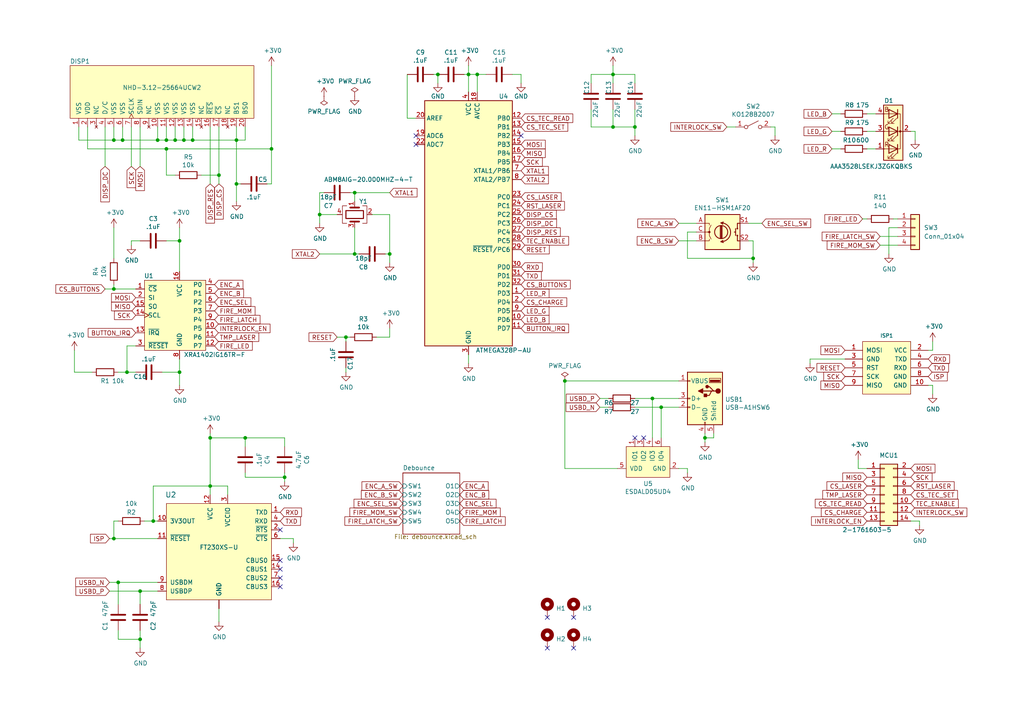
<source format=kicad_sch>
(kicad_sch (version 20211123) (generator eeschema)
  (paper "A4")
  (title_block (title "Laser Control Board") (date "2022-12-07") (rev "1.1") (company "Brian Pepin"))
  (lib_symbols
    (symbol "Components:ESDALD05UD4" (pin_names (offset 1.016))
      (property "Reference" "U" (at 5.08 6.35 0))
      (property "Value" "ESDALD05UD4" (at 0 -5.08 0))
      (symbol "ESDALD05UD4_1_0"
        (pin bidirectional line (at -3.81 7.62 270) (length 2.54) (name "IO1") (number "1"))
        (pin power_in line (at 8.89 -1.27 180) (length 2.54) (name "GND") (number "2"))
        (pin bidirectional line (at -1.27 7.62 270) (length 2.54) (name "IO2") (number "3"))
        (pin bidirectional line (at 1.27 7.62 270) (length 2.54) (name "IO3") (number "4"))
        (pin power_in line (at -8.89 -1.27 0) (length 2.54) (name "VDD") (number "5"))
        (pin bidirectional line (at 3.81 7.62 270) (length 2.54) (name "IO4") (number "6"))
      )
    )
    (symbol "Components:FT230XSSOP16" (pin_names (offset 1.016))
      (property "Reference" "U" (at -15.24 13.97 0))
      (symbol "FT230XSSOP16_1_0"
        (pin output line (at 17.78 10.16 180) (length 2.54) (name "TXD") (number "1"))
        (pin passive line (at -17.78 7.62 0) (length 2.54) (name "3V3OUT") (number "10"))
        (pin bidirectional line (at -17.78 2.54 0) (length 2.54) (name "~{RESET}") (number "11"))
        (pin power_in line (at -2.54 15.24 270) (length 2.54) (name "VCC") (number "12"))
        (pin power_in line (at 0 -17.78 90) (length 2.54) (name "GND") (number "13"))
        (pin bidirectional line (at 17.78 -6.35 180) (length 2.54) (name "CBUS1") (number "14"))
        (pin bidirectional line (at 17.78 -3.81 180) (length 2.54) (name "CBUS0") (number "15"))
        (pin bidirectional line (at 17.78 -11.43 180) (length 2.54) (name "CBUS3") (number "16"))
        (pin output line (at 17.78 5.08 180) (length 2.54) (name "~{RTS}") (number "2"))
        (pin power_in line (at 2.54 15.24 270) (length 2.54) (name "VCCIO") (number "3"))
        (pin input line (at 17.78 7.62 180) (length 2.54) (name "RXD") (number "4"))
        (pin power_in line (at 0 -17.78 90) (length 2.54) (name "GND") (number "5"))
        (pin input line (at 17.78 2.54 180) (length 2.54) (name "~{CTS}") (number "6"))
        (pin bidirectional line (at 17.78 -8.89 180) (length 2.54) (name "CBUS2") (number "7"))
        (pin input line (at -17.78 -12.7 0) (length 2.54) (name "USBDP") (number "8"))
        (pin input line (at -17.78 -10.16 0) (length 2.54) (name "USBDM") (number "9"))
      )
    )
    (symbol "Components:NHD-3.12-25664UCW2" (pin_names (offset 1.016))
      (property "Reference" "DISP" (at -20.32 6.35 0))
      (property "Value" "NHD-3.12-25664UCW2" (at -11.43 3.81 0))
      (symbol "NHD-3.12-25664UCW2_0_0"
        (pin power_in line (at -22.86 -8.89 90) (length 2.54) (name "VSS") (number "1"))
        (pin power_in line (at 0 -8.89 90) (length 2.54) (name "VSS") (number "10"))
        (pin power_in line (at 2.54 -8.89 90) (length 2.54) (name "VSS") (number "11"))
        (pin power_in line (at 5.08 -8.89 90) (length 2.54) (name "VSS") (number "12"))
        (pin power_in line (at 7.62 -8.89 90) (length 2.54) (name "VSS") (number "13"))
        (pin power_in line (at 10.16 -8.89 90) (length 2.54) (name "VSS") (number "14"))
        (pin no_connect line (at 12.7 -8.89 90) (length 2.54) (name "NC") (number "15"))
        (pin input line (at 15.24 -8.89 90) (length 2.54) (name "~{RES}") (number "16"))
        (pin input line (at 17.78 -8.89 90) (length 2.54) (name "~{CS}") (number "17"))
        (pin no_connect line (at 20.32 -8.89 90) (length 2.54) (name "NC") (number "18"))
        (pin input line (at 22.86 -8.89 90) (length 2.54) (name "BS1") (number "19"))
        (pin power_in line (at -20.32 -8.89 90) (length 2.54) (name "VDD") (number "2"))
        (pin input line (at 25.4 -8.89 90) (length 2.54) (name "BS0") (number "20"))
        (pin no_connect line (at -17.78 -8.89 90) (length 2.54) (name "NC") (number "3"))
        (pin input line (at -15.24 -8.89 90) (length 2.54) (name "D/C") (number "4"))
        (pin power_in line (at -12.7 -8.89 90) (length 2.54) (name "VSS") (number "5"))
        (pin power_in line (at -10.16 -8.89 90) (length 2.54) (name "VSS") (number "6"))
        (pin input clock (at -7.62 -8.89 90) (length 2.54) (name "SCLK") (number "7"))
        (pin input line (at -5.08 -8.89 90) (length 2.54) (name "SDIN") (number "8"))
        (pin no_connect line (at -2.54 -8.89 90) (length 2.54) (name "NC") (number "9"))
      )
    )
    (symbol "Components:XRA1402IG16TR-F" (pin_names (offset 1.016))
      (property "Reference" "U" (at -10.16 11.43 0))
      (property "Value" "XRA1402IG16TR-F" (at 10.16 -11.43 0))
      (symbol "XRA1402IG16TR-F_1_1"
        (pin input line (at -12.7 7.62 0) (length 2.54) (name "~{CS}") (number "1"))
        (pin bidirectional line (at 10.16 -3.81 180) (length 2.54) (name "P5") (number "10"))
        (pin bidirectional line (at 10.16 -6.35 180) (length 2.54) (name "P6") (number "11"))
        (pin bidirectional line (at 10.16 -8.89 180) (length 2.54) (name "P7") (number "12"))
        (pin open_collector line (at -12.7 -5.08 0) (length 2.54) (name "~{IRQ}") (number "13"))
        (pin input clock (at -12.7 0 0) (length 2.54) (name "SCL") (number "14"))
        (pin tri_state line (at -12.7 2.54 0) (length 2.54) (name "SO") (number "15"))
        (pin power_in line (at 0 12.7 270) (length 2.54) (name "VCC") (number "16"))
        (pin input line (at -12.7 5.08 0) (length 2.54) (name "SI") (number "2"))
        (pin input line (at -12.7 -8.89 0) (length 2.54) (name "~{RESET}") (number "3"))
        (pin bidirectional line (at 10.16 8.89 180) (length 2.54) (name "P0") (number "4"))
        (pin bidirectional line (at 10.16 6.35 180) (length 2.54) (name "P1") (number "5"))
        (pin bidirectional line (at 10.16 3.81 180) (length 2.54) (name "P2") (number "6"))
        (pin bidirectional line (at 10.16 1.27 180) (length 2.54) (name "P3") (number "7"))
        (pin power_in line (at 0 -12.7 90) (length 2.54) (name "GND") (number "8"))
        (pin bidirectional line (at 10.16 -1.27 180) (length 2.54) (name "P4") (number "9"))
      )
    )
    (symbol "Connector:USB_A" (pin_names (offset 1.016))
      (property "Reference" "J" (at -5.08 11.43 0))
      (property "Value" "USB_A" (at -5.08 8.89 0))
      (symbol "USB_A_1_1"
        (pin power_in line (at 7.62 5.08 180) (length 2.54) (name "VBUS") (number "1"))
        (pin bidirectional line (at 7.62 -2.54 180) (length 2.54) (name "D-") (number "2"))
        (pin bidirectional line (at 7.62 0 180) (length 2.54) (name "D+") (number "3"))
        (pin power_in line (at 0 -10.16 90) (length 2.54) (name "GND") (number "4"))
        (pin passive line (at -2.54 -10.16 90) (length 2.54) (name "Shield") (number "5"))
      )
    )
    (symbol "Connector_Generic:Conn_01x04" (pin_names (offset 1.016) hide)
      (property "Reference" "J" (at 0 5.08 0))
      (property "Value" "Conn_01x04" (at 0 -7.62 0))
      (symbol "Conn_01x04_1_1"
        (pin passive line (at -5.08 2.54 0) (length 3.81) (name "Pin_1") (number "1"))
        (pin passive line (at -5.08 0 0) (length 3.81) (name "Pin_2") (number "2"))
        (pin passive line (at -5.08 -2.54 0) (length 3.81) (name "Pin_3") (number "3"))
        (pin passive line (at -5.08 -5.08 0) (length 3.81) (name "Pin_4") (number "4"))
      )
    )
    (symbol "Connector_Generic:Conn_02x07_Odd_Even" (pin_names (offset 1.016) hide)
      (property "Reference" "J" (at 1.27 10.16 0))
      (property "Value" "Conn_02x07_Odd_Even" (at 1.27 -10.16 0))
      (symbol "Conn_02x07_Odd_Even_1_1"
        (pin passive line (at -5.08 7.62 0) (length 3.81) (name "Pin_1") (number "1"))
        (pin passive line (at 7.62 -2.54 180) (length 3.81) (name "Pin_10") (number "10"))
        (pin passive line (at -5.08 -5.08 0) (length 3.81) (name "Pin_11") (number "11"))
        (pin passive line (at 7.62 -5.08 180) (length 3.81) (name "Pin_12") (number "12"))
        (pin passive line (at -5.08 -7.62 0) (length 3.81) (name "Pin_13") (number "13"))
        (pin passive line (at 7.62 -7.62 180) (length 3.81) (name "Pin_14") (number "14"))
        (pin passive line (at 7.62 7.62 180) (length 3.81) (name "Pin_2") (number "2"))
        (pin passive line (at -5.08 5.08 0) (length 3.81) (name "Pin_3") (number "3"))
        (pin passive line (at 7.62 5.08 180) (length 3.81) (name "Pin_4") (number "4"))
        (pin passive line (at -5.08 2.54 0) (length 3.81) (name "Pin_5") (number "5"))
        (pin passive line (at 7.62 2.54 180) (length 3.81) (name "Pin_6") (number "6"))
        (pin passive line (at -5.08 0 0) (length 3.81) (name "Pin_7") (number "7"))
        (pin passive line (at 7.62 0 180) (length 3.81) (name "Pin_8") (number "8"))
        (pin passive line (at -5.08 -2.54 0) (length 3.81) (name "Pin_9") (number "9"))
      )
    )
    (symbol "Device:C" (pin_numbers hide) (pin_names (offset 0.254))
      (property "Reference" "C" (at 0.635 2.54 0))
      (property "Value" "C" (at 0.635 -2.54 0))
      (symbol "C_1_1"
        (pin passive line (at 0 3.81 270) (length 2.794) (name "~") (number "1"))
        (pin passive line (at 0 -3.81 90) (length 2.794) (name "~") (number "2"))
      )
    )
    (symbol "Device:Crystal_GND24" (pin_names (offset 1.016) hide)
      (property "Reference" "Y" (at 3.175 5.08 0))
      (property "Value" "Crystal_GND24" (at 3.175 3.175 0))
      (symbol "Crystal_GND24_1_1"
        (pin passive line (at -3.81 0 0) (length 1.27) (name "1") (number "1"))
        (pin passive line (at 0 5.08 270) (length 1.27) (name "2") (number "2"))
        (pin passive line (at 3.81 0 180) (length 1.27) (name "3") (number "3"))
        (pin passive line (at 0 -5.08 90) (length 1.27) (name "4") (number "4"))
      )
    )
    (symbol "Device:LED_RKGB" (pin_names (offset 0) hide)
      (property "Reference" "D" (at 0 9.398 0))
      (property "Value" "LED_RKGB" (at 0 -8.89 0))
      (symbol "LED_RKGB_0_0"
        (text "B" (at 1.905 -6.35 0) (effects (font (size 1.27 1.27))))
        (text "G" (at 1.905 -1.27 0) (effects (font (size 1.27 1.27))))
        (text "R" (at 1.905 3.81 0) (effects (font (size 1.27 1.27))))
      )
      (symbol "LED_RKGB_1_1"
        (pin passive line (at 5.08 5.08 180) (length 2.54) (name "RA") (number "1"))
        (pin passive line (at -5.08 0 0) (length 2.54) (name "K") (number "2"))
        (pin passive line (at 5.08 0 180) (length 2.54) (name "GA") (number "3"))
        (pin passive line (at 5.08 -5.08 180) (length 2.54) (name "BA") (number "4"))
      )
    )
    (symbol "Device:R" (pin_numbers hide) (pin_names (offset 0))
      (property "Reference" "R" (at 2.032 0 90))
      (property "Value" "R" (at 0 0 90))
      (symbol "R_1_1"
        (pin passive line (at 0 3.81 270) (length 1.27) (name "~") (number "1"))
        (pin passive line (at 0 -3.81 90) (length 1.27) (name "~") (number "2"))
      )
    )
    (symbol "Device:RotaryEncoder_Switch" (pin_names (offset 0.254) hide)
      (property "Reference" "SW" (at 0 6.604 0))
      (property "Value" "RotaryEncoder_Switch" (at 0 -6.604 0))
      (symbol "RotaryEncoder_Switch_1_1"
        (pin passive line (at -7.62 2.54 0) (length 2.54) (name "A") (number "A"))
        (pin passive line (at -7.62 -2.54 0) (length 2.54) (name "B") (number "B"))
        (pin passive line (at -7.62 0 0) (length 2.54) (name "C") (number "C"))
        (pin passive line (at 7.62 2.54 180) (length 2.54) (name "S1") (number "S1"))
        (pin passive line (at 7.62 -2.54 180) (length 2.54) (name "S2") (number "S2"))
      )
    )
    (symbol "MCU_Microchip_ATmega:ATmega328P-A"
      (property "Reference" "U" (at -12.7 36.83 0))
      (property "Value" "ATmega328P-A" (at 2.54 -36.83 0))
      (symbol "ATmega328P-A_1_1"
        (pin bidirectional line (at 15.24 -20.32 180) (length 2.54) (name "PD3") (number "1"))
        (pin bidirectional line (at 15.24 -27.94 180) (length 2.54) (name "PD6") (number "10"))
        (pin bidirectional line (at 15.24 -30.48 180) (length 2.54) (name "PD7") (number "11"))
        (pin bidirectional line (at 15.24 30.48 180) (length 2.54) (name "PB0") (number "12"))
        (pin bidirectional line (at 15.24 27.94 180) (length 2.54) (name "PB1") (number "13"))
        (pin bidirectional line (at 15.24 25.4 180) (length 2.54) (name "PB2") (number "14"))
        (pin bidirectional line (at 15.24 22.86 180) (length 2.54) (name "PB3") (number "15"))
        (pin bidirectional line (at 15.24 20.32 180) (length 2.54) (name "PB4") (number "16"))
        (pin bidirectional line (at 15.24 17.78 180) (length 2.54) (name "PB5") (number "17"))
        (pin power_in line (at 2.54 38.1 270) (length 2.54) (name "AVCC") (number "18"))
        (pin input line (at -15.24 25.4 0) (length 2.54) (name "ADC6") (number "19"))
        (pin bidirectional line (at 15.24 -22.86 180) (length 2.54) (name "PD4") (number "2"))
        (pin passive line (at -15.24 30.48 0) (length 2.54) (name "AREF") (number "20"))
        (pin passive line (at 0 -38.1 90) (length 2.54) hide (name "GND") (number "21"))
        (pin input line (at -15.24 22.86 0) (length 2.54) (name "ADC7") (number "22"))
        (pin bidirectional line (at 15.24 7.62 180) (length 2.54) (name "PC0") (number "23"))
        (pin bidirectional line (at 15.24 5.08 180) (length 2.54) (name "PC1") (number "24"))
        (pin bidirectional line (at 15.24 2.54 180) (length 2.54) (name "PC2") (number "25"))
        (pin bidirectional line (at 15.24 0 180) (length 2.54) (name "PC3") (number "26"))
        (pin bidirectional line (at 15.24 -2.54 180) (length 2.54) (name "PC4") (number "27"))
        (pin bidirectional line (at 15.24 -5.08 180) (length 2.54) (name "PC5") (number "28"))
        (pin bidirectional line (at 15.24 -7.62 180) (length 2.54) (name "~{RESET}/PC6") (number "29"))
        (pin power_in line (at 0 -38.1 90) (length 2.54) (name "GND") (number "3"))
        (pin bidirectional line (at 15.24 -12.7 180) (length 2.54) (name "PD0") (number "30"))
        (pin bidirectional line (at 15.24 -15.24 180) (length 2.54) (name "PD1") (number "31"))
        (pin bidirectional line (at 15.24 -17.78 180) (length 2.54) (name "PD2") (number "32"))
        (pin power_in line (at 0 38.1 270) (length 2.54) (name "VCC") (number "4"))
        (pin passive line (at 0 -38.1 90) (length 2.54) hide (name "GND") (number "5"))
        (pin passive line (at 0 38.1 270) (length 2.54) hide (name "VCC") (number "6"))
        (pin bidirectional line (at 15.24 15.24 180) (length 2.54) (name "XTAL1/PB6") (number "7"))
        (pin bidirectional line (at 15.24 12.7 180) (length 2.54) (name "XTAL2/PB7") (number "8"))
        (pin bidirectional line (at 15.24 -25.4 180) (length 2.54) (name "PD5") (number "9"))
      )
    )
    (symbol "Mechanical:MountingHole_Pad" (pin_numbers hide) (pin_names (offset 1.016) hide)
      (property "Reference" "H" (at 0 6.35 0))
      (property "Value" "MountingHole_Pad" (at 0 4.445 0))
      (symbol "MountingHole_Pad_1_1"
        (pin input line (at 0 -2.54 90) (length 2.54) (name "1") (number "1"))
      )
    )
    (symbol "Switch:SW_SPST" (pin_names (offset 0) hide)
      (property "Reference" "SW" (at 0 3.175 0))
      (property "Value" "SW_SPST" (at 0 -2.54 0))
      (symbol "SW_SPST_1_1"
        (pin passive line (at -5.08 0 0) (length 2.54) (name "A") (number "1"))
        (pin passive line (at 5.08 0 180) (length 2.54) (name "B") (number "2"))
      )
    )
    (symbol "pepin_con:AVR_ISP_10_SERIAL" (pin_names (offset 1.016))
      (property "Reference" "CONN" (at -6.35 8.89 0))
      (symbol "AVR_ISP_10_SERIAL_1_0"
        (pin passive line (at -11.43 5.08 0) (length 5.08) (name "MOSI") (number "1"))
        (pin passive line (at 12.7 -5.08 180) (length 5.08) (name "GND") (number "10"))
        (pin passive line (at 12.7 5.08 180) (length 5.08) (name "VCC") (number "2"))
        (pin passive line (at -11.43 2.54 0) (length 5.08) (name "GND") (number "3"))
        (pin passive line (at 12.7 2.54 180) (length 5.08) (name "TXD") (number "4"))
        (pin passive line (at -11.43 0 0) (length 5.08) (name "RST") (number "5"))
        (pin passive line (at 12.7 0 180) (length 5.08) (name "RXD") (number "6"))
        (pin passive line (at -11.43 -2.54 0) (length 5.08) (name "SCK") (number "7"))
        (pin passive line (at 12.7 -2.54 180) (length 5.08) (name "GND") (number "8"))
        (pin passive line (at -11.43 -5.08 0) (length 5.08) (name "MISO") (number "9"))
      )
    )
    (symbol "power:+3V0" (power) (pin_names (offset 0))
      (property "Value" "+3V0" (at 0 3.556 0))
      (symbol "+3V0_1_1"
        (pin power_in line (at 0 0 90) (length 0) hide (name "+3V0") (number "1"))
      )
    )
    (symbol "power:GND" (power) (pin_names (offset 0))
      (property "Value" "GND" (at 0 -3.81 0))
      (symbol "GND_1_1"
        (pin power_in line (at 0 0 270) (length 0) hide (name "GND") (number "1"))
      )
    )
    (symbol "power:PWR_FLAG" (power) (pin_numbers hide) (pin_names (offset 0) hide)
      (property "Value" "PWR_FLAG" (at 0 3.81 0))
      (symbol "PWR_FLAG_0_0"
        (pin power_out line (at 0 0 90) (length 0) (name "pwr") (number "1"))
      )
    )
  )
  (junction (at 40.64 171.45))
  (junction (at 55.88 40.64))
  (junction (at 34.29 168.91))
  (junction (at 189.23 115.57))
  (junction (at 177.8 36.83))
  (junction (at 63.5 50.8))
  (junction (at 177.8 21.59))
  (junction (at 163.83 110.49))
  (junction (at 71.12 127))
  (junction (at 36.83 107.95))
  (junction (at 127 21.59))
  (junction (at 35.56 40.64))
  (junction (at 68.58 40.64))
  (junction (at 78.74 43.18))
  (junction (at 82.55 138.43))
  (junction (at 52.07 107.95))
  (junction (at 100.33 97.79))
  (junction (at 191.77 118.11))
  (junction (at 184.15 36.83))
  (junction (at 50.8 40.64))
  (junction (at 33.02 83.82))
  (junction (at 138.43 21.59))
  (junction (at 52.07 69.85))
  (junction (at 53.34 40.64))
  (junction (at 48.26 43.18))
  (junction (at 48.26 40.64))
  (junction (at 102.87 55.88))
  (junction (at 40.64 185.42))
  (junction (at 33.02 156.21))
  (junction (at 204.47 127))
  (junction (at 68.58 53.34))
  (junction (at 33.02 40.64))
  (junction (at 60.96 127))
  (junction (at 135.89 21.59))
  (junction (at 44.45 151.13))
  (junction (at 218.44 74.93))
  (junction (at 102.87 73.66))
  (junction (at 113.03 73.66))
  (junction (at 92.71 62.23))
  (junction (at 60.96 140.97))
  (junction (at 45.72 40.64))
  (no_connect (at 166.37 179.07))
  (no_connect (at 81.28 167.64))
  (no_connect (at 184.15 127))
  (no_connect (at 186.69 127))
  (no_connect (at 151.13 39.37))
  (no_connect (at 81.28 165.1))
  (no_connect (at 158.75 187.96))
  (no_connect (at 120.65 41.91))
  (no_connect (at 120.65 39.37))
  (no_connect (at 166.37 187.96))
  (no_connect (at 158.75 179.07))
  (no_connect (at 81.28 170.18))
  (no_connect (at 81.28 153.67))
  (no_connect (at 81.28 162.56))
  (wire (pts (xy 25.4 43.18) (xy 48.26 43.18)))
  (wire (pts (xy 102.87 55.88) (xy 101.6 55.88)))
  (wire (pts (xy 60.96 36.83) (xy 60.96 53.34)))
  (wire (pts (xy 63.5 36.83) (xy 63.5 50.8)))
  (wire (pts (xy 52.07 69.85) (xy 52.07 66.04)))
  (wire (pts (xy 22.86 36.83) (xy 22.86 40.64)))
  (wire (pts (xy 199.39 74.93) (xy 218.44 74.93)))
  (wire (pts (xy 269.24 111.76) (xy 270.51 111.76)))
  (wire (pts (xy 68.58 53.34) (xy 69.85 53.34)))
  (wire (pts (xy 207.01 127) (xy 207.01 125.73)))
  (wire (pts (xy 127 21.59) (xy 127 24.13)))
  (wire (pts (xy 102.87 73.66) (xy 92.71 73.66)))
  (wire (pts (xy 241.3 38.1) (xy 243.84 38.1)))
  (wire (pts (xy 45.72 40.64) (xy 48.26 40.64)))
  (wire (pts (xy 269.24 101.6) (xy 270.51 101.6)))
  (wire (pts (xy 199.39 135.89) (xy 199.39 137.16)))
  (wire (pts (xy 148.59 21.59) (xy 151.13 21.59)))
  (wire (pts (xy 71.12 36.83) (xy 71.12 40.64)))
  (wire (pts (xy 34.29 107.95) (xy 36.83 107.95)))
  (wire (pts (xy 71.12 129.54) (xy 71.12 127)))
  (wire (pts (xy 36.83 100.33) (xy 39.37 100.33)))
  (wire (pts (xy 138.43 26.67) (xy 138.43 21.59)))
  (wire (pts (xy 171.45 24.13) (xy 171.45 21.59)))
  (wire (pts (xy 40.64 69.85) (xy 38.1 69.85)))
  (wire (pts (xy 135.89 102.87) (xy 135.89 105.41)))
  (wire (pts (xy 201.93 69.85) (xy 196.85 69.85)))
  (wire (pts (xy 243.84 43.18) (xy 241.3 43.18)))
  (wire (pts (xy 66.04 140.97) (xy 60.96 140.97)))
  (wire (pts (xy 52.07 78.74) (xy 52.07 69.85)))
  (wire (pts (xy 41.91 151.13) (xy 44.45 151.13)))
  (wire (pts (xy 177.8 31.75) (xy 177.8 36.83)))
  (wire (pts (xy 254 43.18) (xy 251.46 43.18)))
  (wire (pts (xy 85.09 156.21) (xy 85.09 157.48)))
  (wire (pts (xy 201.93 64.77) (xy 196.85 64.77)))
  (wire (pts (xy 100.33 106.68) (xy 100.33 107.95)))
  (wire (pts (xy 78.74 43.18) (xy 78.74 19.05)))
  (wire (pts (xy 82.55 139.7) (xy 82.55 138.43)))
  (wire (pts (xy 40.64 36.83) (xy 40.64 48.26)))
  (wire (pts (xy 109.22 97.79) (xy 113.03 97.79)))
  (wire (pts (xy 48.26 50.8) (xy 48.26 43.18)))
  (wire (pts (xy 189.23 115.57) (xy 196.85 115.57)))
  (wire (pts (xy 102.87 73.66) (xy 102.87 66.04)))
  (wire (pts (xy 33.02 156.21) (xy 45.72 156.21)))
  (wire (pts (xy 189.23 127) (xy 189.23 115.57)))
  (wire (pts (xy 138.43 21.59) (xy 135.89 21.59)))
  (wire (pts (xy 92.71 55.88) (xy 92.71 62.23)))
  (wire (pts (xy 255.27 68.58) (xy 260.35 68.58)))
  (wire (pts (xy 33.02 36.83) (xy 33.02 40.64)))
  (wire (pts (xy 82.55 127) (xy 71.12 127)))
  (wire (pts (xy 234.95 104.14) (xy 245.11 104.14)))
  (wire (pts (xy 71.12 127) (xy 60.96 127)))
  (wire (pts (xy 44.45 140.97) (xy 60.96 140.97)))
  (wire (pts (xy 34.29 168.91) (xy 45.72 168.91)))
  (wire (pts (xy 265.43 38.1) (xy 265.43 40.64)))
  (wire (pts (xy 204.47 127) (xy 207.01 127)))
  (wire (pts (xy 254 33.02) (xy 251.46 33.02)))
  (wire (pts (xy 134.62 21.59) (xy 135.89 21.59)))
  (wire (pts (xy 250.19 63.5) (xy 251.46 63.5)))
  (wire (pts (xy 40.64 185.42) (xy 40.64 182.88)))
  (wire (pts (xy 217.17 64.77) (xy 220.98 64.77)))
  (wire (pts (xy 30.48 36.83) (xy 30.48 48.26)))
  (wire (pts (xy 184.15 118.11) (xy 191.77 118.11)))
  (wire (pts (xy 100.33 97.79) (xy 100.33 99.06)))
  (wire (pts (xy 25.4 36.83) (xy 25.4 43.18)))
  (wire (pts (xy 171.45 31.75) (xy 171.45 36.83)))
  (wire (pts (xy 97.79 62.23) (xy 92.71 62.23)))
  (wire (pts (xy 33.02 82.55) (xy 33.02 83.82)))
  (wire (pts (xy 68.58 40.64) (xy 68.58 53.34)))
  (wire (pts (xy 82.55 138.43) (xy 82.55 137.16)))
  (wire (pts (xy 224.79 36.83) (xy 224.79 39.37)))
  (wire (pts (xy 45.72 171.45) (xy 40.64 171.45)))
  (wire (pts (xy 36.83 107.95) (xy 39.37 107.95)))
  (wire (pts (xy 177.8 21.59) (xy 177.8 19.05)))
  (wire (pts (xy 111.76 73.66) (xy 113.03 73.66)))
  (wire (pts (xy 264.16 151.13) (xy 266.7 151.13)))
  (wire (pts (xy 38.1 69.85) (xy 38.1 71.12)))
  (wire (pts (xy 173.99 115.57) (xy 176.53 115.57)))
  (wire (pts (xy 55.88 36.83) (xy 55.88 40.64)))
  (wire (pts (xy 104.14 73.66) (xy 102.87 73.66)))
  (wire (pts (xy 191.77 127) (xy 191.77 118.11)))
  (wire (pts (xy 50.8 36.83) (xy 50.8 40.64)))
  (wire (pts (xy 113.03 97.79) (xy 113.03 95.25)))
  (wire (pts (xy 45.72 36.83) (xy 45.72 40.64)))
  (wire (pts (xy 63.5 176.53) (xy 63.5 180.34)))
  (wire (pts (xy 113.03 62.23) (xy 113.03 73.66)))
  (wire (pts (xy 48.26 36.83) (xy 48.26 40.64)))
  (wire (pts (xy 48.26 69.85) (xy 52.07 69.85)))
  (wire (pts (xy 40.64 175.26) (xy 40.64 171.45)))
  (wire (pts (xy 46.99 107.95) (xy 52.07 107.95)))
  (wire (pts (xy 151.13 21.59) (xy 151.13 24.13)))
  (wire (pts (xy 31.75 156.21) (xy 33.02 156.21)))
  (wire (pts (xy 34.29 185.42) (xy 40.64 185.42)))
  (wire (pts (xy 68.58 40.64) (xy 71.12 40.64)))
  (wire (pts (xy 77.47 53.34) (xy 78.74 53.34)))
  (wire (pts (xy 40.64 171.45) (xy 31.75 171.45)))
  (wire (pts (xy 107.95 62.23) (xy 113.03 62.23)))
  (wire (pts (xy 251.46 135.89) (xy 248.92 135.89)))
  (wire (pts (xy 48.26 43.18) (xy 78.74 43.18)))
  (wire (pts (xy 196.85 135.89) (xy 199.39 135.89)))
  (wire (pts (xy 184.15 31.75) (xy 184.15 36.83)))
  (wire (pts (xy 60.96 125.73) (xy 60.96 127)))
  (wire (pts (xy 177.8 21.59) (xy 184.15 21.59)))
  (wire (pts (xy 71.12 138.43) (xy 82.55 138.43)))
  (wire (pts (xy 40.64 185.42) (xy 40.64 187.96)))
  (wire (pts (xy 33.02 151.13) (xy 33.02 156.21)))
  (wire (pts (xy 68.58 36.83) (xy 68.58 40.64)))
  (wire (pts (xy 71.12 137.16) (xy 71.12 138.43)))
  (wire (pts (xy 204.47 125.73) (xy 204.47 127)))
  (wire (pts (xy 34.29 182.88) (xy 34.29 185.42)))
  (wire (pts (xy 78.74 53.34) (xy 78.74 43.18)))
  (wire (pts (xy 81.28 156.21) (xy 85.09 156.21)))
  (wire (pts (xy 53.34 36.83) (xy 53.34 40.64)))
  (wire (pts (xy 102.87 58.42) (xy 102.87 55.88)))
  (wire (pts (xy 204.47 127) (xy 204.47 128.27)))
  (wire (pts (xy 58.42 50.8) (xy 63.5 50.8)))
  (wire (pts (xy 191.77 118.11) (xy 196.85 118.11)))
  (wire (pts (xy 30.48 83.82) (xy 33.02 83.82)))
  (wire (pts (xy 50.8 50.8) (xy 48.26 50.8)))
  (wire (pts (xy 82.55 129.54) (xy 82.55 127)))
  (wire (pts (xy 184.15 115.57) (xy 189.23 115.57)))
  (wire (pts (xy 248.92 133.35) (xy 248.92 135.89)))
  (wire (pts (xy 31.75 168.91) (xy 34.29 168.91)))
  (wire (pts (xy 118.11 21.59) (xy 118.11 34.29)))
  (wire (pts (xy 264.16 38.1) (xy 265.43 38.1)))
  (wire (pts (xy 102.87 55.88) (xy 113.03 55.88)))
  (wire (pts (xy 255.27 71.12) (xy 260.35 71.12)))
  (wire (pts (xy 125.73 21.59) (xy 127 21.59)))
  (wire (pts (xy 177.8 36.83) (xy 184.15 36.83)))
  (wire (pts (xy 34.29 151.13) (xy 33.02 151.13)))
  (wire (pts (xy 35.56 36.83) (xy 35.56 40.64)))
  (wire (pts (xy 33.02 66.04) (xy 33.02 74.93)))
  (wire (pts (xy 163.83 110.49) (xy 196.85 110.49)))
  (wire (pts (xy 243.84 33.02) (xy 241.3 33.02)))
  (wire (pts (xy 135.89 26.67) (xy 135.89 21.59)))
  (wire (pts (xy 171.45 21.59) (xy 177.8 21.59)))
  (wire (pts (xy 92.71 62.23) (xy 92.71 64.77)))
  (wire (pts (xy 38.1 36.83) (xy 38.1 48.26)))
  (wire (pts (xy 113.03 73.66) (xy 113.03 76.2)))
  (wire (pts (xy 199.39 67.31) (xy 199.39 74.93)))
  (wire (pts (xy 218.44 69.85) (xy 217.17 69.85)))
  (wire (pts (xy 184.15 21.59) (xy 184.15 24.13)))
  (wire (pts (xy 218.44 74.93) (xy 218.44 69.85)))
  (wire (pts (xy 118.11 34.29) (xy 120.65 34.29)))
  (wire (pts (xy 251.46 38.1) (xy 254 38.1)))
  (wire (pts (xy 33.02 40.64) (xy 35.56 40.64)))
  (wire (pts (xy 44.45 151.13) (xy 44.45 140.97)))
  (wire (pts (xy 266.7 151.13) (xy 266.7 152.4)))
  (wire (pts (xy 213.36 36.83) (xy 210.82 36.83)))
  (wire (pts (xy 68.58 58.42) (xy 68.58 53.34)))
  (wire (pts (xy 270.51 101.6) (xy 270.51 99.06)))
  (wire (pts (xy 36.83 100.33) (xy 36.83 107.95)))
  (wire (pts (xy 179.07 135.89) (xy 163.83 135.89)))
  (wire (pts (xy 135.89 21.59) (xy 135.89 19.05)))
  (wire (pts (xy 234.95 105.41) (xy 234.95 104.14)))
  (wire (pts (xy 257.81 66.04) (xy 257.81 73.66)))
  (wire (pts (xy 45.72 151.13) (xy 44.45 151.13)))
  (wire (pts (xy 93.98 55.88) (xy 92.71 55.88)))
  (wire (pts (xy 55.88 40.64) (xy 68.58 40.64)))
  (wire (pts (xy 21.59 107.95) (xy 21.59 101.6)))
  (wire (pts (xy 60.96 127) (xy 60.96 140.97)))
  (wire (pts (xy 50.8 40.64) (xy 53.34 40.64)))
  (wire (pts (xy 66.04 143.51) (xy 66.04 140.97)))
  (wire (pts (xy 22.86 40.64) (xy 33.02 40.64)))
  (wire (pts (xy 223.52 36.83) (xy 224.79 36.83)))
  (wire (pts (xy 53.34 40.64) (xy 55.88 40.64)))
  (wire (pts (xy 26.67 107.95) (xy 21.59 107.95)))
  (wire (pts (xy 173.99 118.11) (xy 176.53 118.11)))
  (wire (pts (xy 171.45 36.83) (xy 177.8 36.83)))
  (wire (pts (xy 63.5 50.8) (xy 63.5 53.34)))
  (wire (pts (xy 97.79 97.79) (xy 100.33 97.79)))
  (wire (pts (xy 140.97 21.59) (xy 138.43 21.59)))
  (wire (pts (xy 100.33 97.79) (xy 101.6 97.79)))
  (wire (pts (xy 52.07 111.76) (xy 52.07 107.95)))
  (wire (pts (xy 60.96 140.97) (xy 60.96 143.51)))
  (wire (pts (xy 218.44 76.2) (xy 218.44 74.93)))
  (wire (pts (xy 163.83 135.89) (xy 163.83 110.49)))
  (wire (pts (xy 259.08 63.5) (xy 260.35 63.5)))
  (wire (pts (xy 48.26 40.64) (xy 50.8 40.64)))
  (wire (pts (xy 33.02 83.82) (xy 39.37 83.82)))
  (wire (pts (xy 34.29 175.26) (xy 34.29 168.91)))
  (wire (pts (xy 260.35 66.04) (xy 257.81 66.04)))
  (wire (pts (xy 177.8 24.13) (xy 177.8 21.59)))
  (wire (pts (xy 201.93 67.31) (xy 199.39 67.31)))
  (wire (pts (xy 35.56 40.64) (xy 45.72 40.64)))
  (wire (pts (xy 52.07 107.95) (xy 52.07 104.14)))
  (wire (pts (xy 270.51 111.76) (xy 270.51 114.3)))
  (wire (pts (xy 184.15 36.83) (xy 184.15 39.37)))
  (global_label "INTERLOCK_SW" (shape input) (at 264.16 148.59 0) (property "Intersheet References" "${INTERSHEET_REFS}" (effects hide)))
  (global_label "CS_CHARGE" (shape input) (at 151.13 87.63 0) (property "Intersheet References" "${INTERSHEET_REFS}" (effects hide)))
  (global_label "RESET" (shape input) (at 97.79 97.79 180) (property "Intersheet References" "${INTERSHEET_REFS}" (effects hide)))
  (global_label "RESET" (shape input) (at 245.11 106.68 180) (property "Intersheet References" "${INTERSHEET_REFS}" (effects hide)))
  (global_label "MISO" (shape input) (at 151.13 44.45 0) (property "Intersheet References" "${INTERSHEET_REFS}" (effects hide)))
  (global_label "TMP_LASER" (shape input) (at 62.23 97.79 0) (property "Intersheet References" "${INTERSHEET_REFS}" (effects hide)))
  (global_label "ENC_A_SW" (shape input) (at 116.84 140.97 180) (property "Intersheet References" "${INTERSHEET_REFS}" (effects hide)))
  (global_label "ENC_B" (shape input) (at 62.23 85.09 0) (property "Intersheet References" "${INTERSHEET_REFS}" (effects hide)))
  (global_label "SCK" (shape input) (at 264.16 138.43 0) (property "Intersheet References" "${INTERSHEET_REFS}" (effects hide)))
  (global_label "ENC_SEL_SW" (shape input) (at 220.98 64.77 0) (property "Intersheet References" "${INTERSHEET_REFS}" (effects hide)))
  (global_label "CS_TEC_READ" (shape input) (at 251.46 146.05 180) (property "Intersheet References" "${INTERSHEET_REFS}" (effects hide)))
  (global_label "LED_B" (shape input) (at 241.3 33.02 180) (property "Intersheet References" "${INTERSHEET_REFS}" (effects hide)))
  (global_label "CS_TEC_SET" (shape input) (at 151.13 36.83 0) (property "Intersheet References" "${INTERSHEET_REFS}" (effects hide)))
  (global_label "CS_LASER" (shape input) (at 251.46 140.97 180) (property "Intersheet References" "${INTERSHEET_REFS}" (effects hide)))
  (global_label "INTERLOCK_EN" (shape input) (at 62.23 95.25 0) (property "Intersheet References" "${INTERSHEET_REFS}" (effects hide)))
  (global_label "ENC_SEL" (shape input) (at 133.35 146.05 0) (property "Intersheet References" "${INTERSHEET_REFS}" (effects hide)))
  (global_label "DISP_RES" (shape input) (at 151.13 67.31 0) (property "Intersheet References" "${INTERSHEET_REFS}" (effects hide)))
  (global_label "USBD_P" (shape input) (at 31.75 171.45 180) (property "Intersheet References" "${INTERSHEET_REFS}" (effects hide)))
  (global_label "TXD" (shape input) (at 269.24 106.68 0) (property "Intersheet References" "${INTERSHEET_REFS}" (effects hide)))
  (global_label "LED_G" (shape input) (at 241.3 38.1 180) (property "Intersheet References" "${INTERSHEET_REFS}" (effects hide)))
  (global_label "MISO" (shape input) (at 245.11 111.76 180) (property "Intersheet References" "${INTERSHEET_REFS}" (effects hide)))
  (global_label "FIRE_MOM_SW" (shape input) (at 116.84 148.59 180) (property "Intersheet References" "${INTERSHEET_REFS}" (effects hide)))
  (global_label "MOSI" (shape input) (at 40.64 48.26 270) (property "Intersheet References" "${INTERSHEET_REFS}" (effects hide)))
  (global_label "CS_TEC_SET" (shape input) (at 264.16 143.51 0) (property "Intersheet References" "${INTERSHEET_REFS}" (effects hide)))
  (global_label "FIRE_LED" (shape input) (at 250.19 63.5 180) (property "Intersheet References" "${INTERSHEET_REFS}" (effects hide)))
  (global_label "SCK" (shape input) (at 39.37 91.44 180) (property "Intersheet References" "${INTERSHEET_REFS}" (effects hide)))
  (global_label "CS_CHARGE" (shape input) (at 251.46 148.59 180) (property "Intersheet References" "${INTERSHEET_REFS}" (effects hide)))
  (global_label "USBD_N" (shape input) (at 31.75 168.91 180) (property "Intersheet References" "${INTERSHEET_REFS}" (effects hide)))
  (global_label "XTAL2" (shape input) (at 151.13 52.07 0) (property "Intersheet References" "${INTERSHEET_REFS}" (effects hide)))
  (global_label "BUTTON_IRQ" (shape input) (at 151.13 95.25 0) (property "Intersheet References" "${INTERSHEET_REFS}" (effects hide)))
  (global_label "DISP_CS" (shape input) (at 63.5 53.34 270) (property "Intersheet References" "${INTERSHEET_REFS}" (effects hide)))
  (global_label "CS_BUTTONS" (shape input) (at 151.13 82.55 0) (property "Intersheet References" "${INTERSHEET_REFS}" (effects hide)))
  (global_label "FIRE_LATCH_SW" (shape input) (at 255.27 68.58 180) (property "Intersheet References" "${INTERSHEET_REFS}" (effects hide)))
  (global_label "TMP_LASER" (shape input) (at 251.46 143.51 180) (property "Intersheet References" "${INTERSHEET_REFS}" (effects hide)))
  (global_label "TXD" (shape input) (at 151.13 80.01 0) (property "Intersheet References" "${INTERSHEET_REFS}" (effects hide)))
  (global_label "FIRE_MOM" (shape input) (at 62.23 90.17 0) (property "Intersheet References" "${INTERSHEET_REFS}" (effects hide)))
  (global_label "XTAL2" (shape input) (at 92.71 73.66 180) (property "Intersheet References" "${INTERSHEET_REFS}" (effects hide)))
  (global_label "ENC_B_SW" (shape input) (at 196.85 69.85 180) (property "Intersheet References" "${INTERSHEET_REFS}" (effects hide)))
  (global_label "TXD" (shape input) (at 81.28 151.13 0) (property "Intersheet References" "${INTERSHEET_REFS}" (effects hide)))
  (global_label "BUTTON_IRQ" (shape input) (at 39.37 96.52 180) (property "Intersheet References" "${INTERSHEET_REFS}" (effects hide)))
  (global_label "LED_B" (shape input) (at 151.13 92.71 0) (property "Intersheet References" "${INTERSHEET_REFS}" (effects hide)))
  (global_label "ENC_B" (shape input) (at 133.35 143.51 0) (property "Intersheet References" "${INTERSHEET_REFS}" (effects hide)))
  (global_label "CS_BUTTONS" (shape input) (at 30.48 83.82 180) (property "Intersheet References" "${INTERSHEET_REFS}" (effects hide)))
  (global_label "SCK" (shape input) (at 151.13 46.99 0) (property "Intersheet References" "${INTERSHEET_REFS}" (effects hide)))
  (global_label "MOSI" (shape input) (at 39.37 86.36 180) (property "Intersheet References" "${INTERSHEET_REFS}" (effects hide)))
  (global_label "CS_LASER" (shape input) (at 151.13 57.15 0) (property "Intersheet References" "${INTERSHEET_REFS}" (effects hide)))
  (global_label "INTERLOCK_SW" (shape input) (at 210.82 36.83 180) (property "Intersheet References" "${INTERSHEET_REFS}" (effects hide)))
  (global_label "XTAL1" (shape input) (at 113.03 55.88 0) (property "Intersheet References" "${INTERSHEET_REFS}" (effects hide)))
  (global_label "FIRE_MOM_SW" (shape input) (at 255.27 71.12 180) (property "Intersheet References" "${INTERSHEET_REFS}" (effects hide)))
  (global_label "DISP_CS" (shape input) (at 151.13 62.23 0) (property "Intersheet References" "${INTERSHEET_REFS}" (effects hide)))
  (global_label "CS_TEC_READ" (shape input) (at 151.13 34.29 0) (property "Intersheet References" "${INTERSHEET_REFS}" (effects hide)))
  (global_label "RXD" (shape input) (at 81.28 148.59 0) (property "Intersheet References" "${INTERSHEET_REFS}" (effects hide)))
  (global_label "DISP_RES" (shape input) (at 60.96 53.34 270) (property "Intersheet References" "${INTERSHEET_REFS}" (effects hide)))
  (global_label "ENC_A" (shape input) (at 62.23 82.55 0) (property "Intersheet References" "${INTERSHEET_REFS}" (effects hide)))
  (global_label "MOSI" (shape input) (at 264.16 135.89 0) (property "Intersheet References" "${INTERSHEET_REFS}" (effects hide)))
  (global_label "SCK" (shape input) (at 38.1 48.26 270) (property "Intersheet References" "${INTERSHEET_REFS}" (effects hide)))
  (global_label "USBD_P" (shape input) (at 173.99 115.57 180) (property "Intersheet References" "${INTERSHEET_REFS}" (effects hide)))
  (global_label "FIRE_LED" (shape input) (at 62.23 100.33 0) (property "Intersheet References" "${INTERSHEET_REFS}" (effects hide)))
  (global_label "MISO" (shape input) (at 251.46 138.43 180) (property "Intersheet References" "${INTERSHEET_REFS}" (effects hide)))
  (global_label "ENC_A" (shape input) (at 133.35 140.97 0) (property "Intersheet References" "${INTERSHEET_REFS}" (effects hide)))
  (global_label "MOSI" (shape input) (at 245.11 101.6 180) (property "Intersheet References" "${INTERSHEET_REFS}" (effects hide)))
  (global_label "ENC_A_SW" (shape input) (at 196.85 64.77 180) (property "Intersheet References" "${INTERSHEET_REFS}" (effects hide)))
  (global_label "ISP" (shape input) (at 269.24 109.22 0) (property "Intersheet References" "${INTERSHEET_REFS}" (effects hide)))
  (global_label "RST_LASER" (shape input) (at 151.13 59.69 0) (property "Intersheet References" "${INTERSHEET_REFS}" (effects hide)))
  (global_label "TEC_ENABLE" (shape input) (at 264.16 146.05 0) (property "Intersheet References" "${INTERSHEET_REFS}" (effects hide)))
  (global_label "FIRE_LATCH_SW" (shape input) (at 116.84 151.13 180) (property "Intersheet References" "${INTERSHEET_REFS}" (effects hide)))
  (global_label "ENC_SEL_SW" (shape input) (at 116.84 146.05 180) (property "Intersheet References" "${INTERSHEET_REFS}" (effects hide)))
  (global_label "DISP_DC" (shape input) (at 151.13 64.77 0) (property "Intersheet References" "${INTERSHEET_REFS}" (effects hide)))
  (global_label "ISP" (shape input) (at 31.75 156.21 180) (property "Intersheet References" "${INTERSHEET_REFS}" (effects hide)))
  (global_label "DISP_DC" (shape input) (at 30.48 48.26 270) (property "Intersheet References" "${INTERSHEET_REFS}" (effects hide)))
  (global_label "MISO" (shape input) (at 39.37 88.9 180) (property "Intersheet References" "${INTERSHEET_REFS}" (effects hide)))
  (global_label "ENC_SEL" (shape input) (at 62.23 87.63 0) (property "Intersheet References" "${INTERSHEET_REFS}" (effects hide)))
  (global_label "RXD" (shape input) (at 269.24 104.14 0) (property "Intersheet References" "${INTERSHEET_REFS}" (effects hide)))
  (global_label "FIRE_LATCH" (shape input) (at 133.35 151.13 0) (property "Intersheet References" "${INTERSHEET_REFS}" (effects hide)))
  (global_label "LED_R" (shape input) (at 151.13 85.09 0) (property "Intersheet References" "${INTERSHEET_REFS}" (effects hide)))
  (global_label "FIRE_MOM" (shape input) (at 133.35 148.59 0) (property "Intersheet References" "${INTERSHEET_REFS}" (effects hide)))
  (global_label "USBD_N" (shape input) (at 173.99 118.11 180) (property "Intersheet References" "${INTERSHEET_REFS}" (effects hide)))
  (global_label "LED_G" (shape input) (at 151.13 90.17 0) (property "Intersheet References" "${INTERSHEET_REFS}" (effects hide)))
  (global_label "RESET" (shape input) (at 151.13 72.39 0) (property "Intersheet References" "${INTERSHEET_REFS}" (effects hide)))
  (global_label "RST_LASER" (shape input) (at 264.16 140.97 0) (property "Intersheet References" "${INTERSHEET_REFS}" (effects hide)))
  (global_label "ENC_B_SW" (shape input) (at 116.84 143.51 180) (property "Intersheet References" "${INTERSHEET_REFS}" (effects hide)))
  (global_label "MOSI" (shape input) (at 151.13 41.91 0) (property "Intersheet References" "${INTERSHEET_REFS}" (effects hide)))
  (global_label "SCK" (shape input) (at 245.11 109.22 180) (property "Intersheet References" "${INTERSHEET_REFS}" (effects hide)))
  (global_label "INTERLOCK_EN" (shape input) (at 251.46 151.13 180) (property "Intersheet References" "${INTERSHEET_REFS}" (effects hide)))
  (global_label "FIRE_LATCH" (shape input) (at 62.23 92.71 0) (property "Intersheet References" "${INTERSHEET_REFS}" (effects hide)))
  (global_label "LED_R" (shape input) (at 241.3 43.18 180) (property "Intersheet References" "${INTERSHEET_REFS}" (effects hide)))
  (global_label "RXD" (shape input) (at 151.13 77.47 0) (property "Intersheet References" "${INTERSHEET_REFS}" (effects hide)))
  (global_label "TEC_ENABLE" (shape input) (at 151.13 69.85 0) (property "Intersheet References" "${INTERSHEET_REFS}" (effects hide)))
  (global_label "XTAL1" (shape input) (at 151.13 49.53 0) (property "Intersheet References" "${INTERSHEET_REFS}" (effects hide)))
  (symbol (lib_id "power:GND") (at 68.58 58.42 0) (unit 1)
    (property "Reference" "#PWR08" (effects hide))
    (property "Value" "GND" (at 68.707 62.8142 0))
  )
  (symbol (lib_id "power:+3V0") (at 135.89 19.05 0) (unit 1)
    (property "Reference" "#PWR019" (effects hide))
    (property "Value" "+3V0" (at 136.271 14.6558 0))
  )
  (symbol (lib_id "power:+3V0") (at 113.03 95.25 0) (unit 1)
    (property "Reference" "#PWR014" (effects hide))
    (property "Value" "+3V0" (at 113.411 90.8558 0))
  )
  (symbol (lib_id "power:+3V0") (at 78.74 19.05 0) (unit 1)
    (property "Reference" "#PWR09" (effects hide))
    (property "Value" "+3V0" (at 79.121 14.6558 0))
  )
  (symbol (lib_id "Device:C") (at 73.66 53.34 90) (unit 1)
    (property "Reference" "C5" (at 76.2 52.07 90))
    (property "Value" ".1uF" (at 73.66 57.15 90))
    (property "Footprint" "Capacitor_SMD:C_0805_2012Metric" (effects hide))
  )
  (symbol (lib_id "Switch:SW_SPST") (at 218.44 36.83 0) (unit 1)
    (property "Reference" "SW2" (at 218.44 30.861 0))
    (property "Value" "KO128B2007" (at 218.44 33.1724 0))
    (property "Footprint" "Connector_PinHeader_2.54mm:PinHeader_1x02_P2.54mm_Vertical" (effects hide))
    (property "Product Number" "KO128B2007" (effects hide))
  )
  (symbol (lib_id "Components:NHD-3.12-25664UCW2") (at 45.72 27.94 0) (unit 1)
    (property "Reference" "DISP1" (at 20.32 17.78 0) (effects (justify left)))
    (property "Value" "NHD-3.12-25664UCW2" (at 35.56 25.4 0) (effects (justify left)))
    (property "Footprint" "Components:NHD-3.12-25664UC" (effects hide))
    (property "Product Number" "NHD-3.12-25664UCW2" (effects hide))
  )
  (symbol (lib_id "power:GND") (at 224.79 39.37 0) (unit 1)
    (property "Reference" "#PWR026" (effects hide))
    (property "Value" "GND" (at 224.917 43.7642 0))
  )
  (symbol (lib_id "pepin_con:AVR_ISP_10_SERIAL") (at 256.54 106.68 0) (unit 1)
    (property "Reference" "ISP1" (at 257.175 97.3582 0) (effects (font (size 1.0668 1.0668))))
    (property "Value" "AVR_ISP_10_SERIAL" (effects hide))
    (property "Footprint" "pepin-footprints:TC2050-IDC" (effects hide))
  )
  (symbol (lib_id "Device:R") (at 247.65 33.02 270) (unit 1)
    (property "Reference" "R8" (at 246.38 30.48 90))
    (property "Value" "175" (at 250.19 30.48 90))
    (property "Footprint" "Resistor_SMD:R_0805_2012Metric" (effects hide))
  )
  (symbol (lib_id "power:+3V0") (at 270.51 99.06 0) (unit 1)
    (property "Reference" "#PWR030" (effects hide))
    (property "Value" "+3V0" (at 270.891 94.6658 0))
  )
  (symbol (lib_id "power:GND") (at 270.51 114.3 0) (unit 1)
    (property "Reference" "#PWR031" (effects hide))
    (property "Value" "GND" (at 270.637 118.6942 0))
  )
  (symbol (lib_id "Device:R") (at 247.65 38.1 270) (unit 1)
    (property "Reference" "R9" (at 246.38 35.56 90))
    (property "Value" "175" (at 250.19 35.56 90))
    (property "Footprint" "Resistor_SMD:R_0805_2012Metric" (effects hide))
  )
  (symbol (lib_id "Device:R") (at 247.65 43.18 270) (unit 1)
    (property "Reference" "R10" (at 246.38 40.64 90))
    (property "Value" "600" (at 250.19 40.64 90))
    (property "Footprint" "Resistor_SMD:R_0805_2012Metric" (effects hide))
  )
  (symbol (lib_id "power:GND") (at 234.95 105.41 0) (unit 1)
    (property "Reference" "#PWR027" (effects hide))
    (property "Value" "GND" (at 235.077 109.8042 0))
  )
  (symbol (lib_id "power:GND") (at 266.7 152.4 0) (unit 1)
    (property "Reference" "#PWR033" (effects hide))
    (property "Value" "GND" (at 266.827 156.7942 0))
  )
  (symbol (lib_id "power:+3V0") (at 248.92 133.35 0) (unit 1)
    (property "Reference" "#PWR028" (effects hide))
    (property "Value" "+3V0" (at 249.301 128.9558 0))
  )
  (symbol (lib_id "power:GND") (at 257.81 73.66 0) (unit 1)
    (property "Reference" "#PWR029" (effects hide))
    (property "Value" "GND" (at 257.937 78.0542 0))
  )
  (symbol (lib_id "MCU_Microchip_ATmega:ATmega328P-A") (at 135.89 64.77 0) (unit 1)
    (property "Reference" "U4" (at 146.05 27.94 0))
    (property "Value" "ATMEGA328P-AU" (at 146.05 101.6 0))
    (property "Footprint" "Package_QFP:TQFP-32_7x7mm_P0.8mm" (effects hide))
    (property "Datasheet" "http://ww1.microchip.com/downloads/en/DeviceDoc/ATmega328_P%20AVR%20MCU%20with%20picoPower%20Technology%20Data%20Sheet%2040001984A.pdf" (effects hide))
    (property "Product Number" "ATMEGA328P-AU" (effects hide))
  )
  (symbol (lib_id "power:GND") (at 135.89 105.41 0) (unit 1)
    (property "Reference" "#PWR020" (effects hide))
    (property "Value" "GND" (at 136.017 109.8042 0))
  )
  (symbol (lib_id "Device:C") (at 130.81 21.59 90) (unit 1)
    (property "Reference" "C11" (at 130.81 15.1892 90))
    (property "Value" ".1uF" (at 130.81 17.5006 90))
    (property "Footprint" "Capacitor_SMD:C_0805_2012Metric" (effects hide))
  )
  (symbol (lib_id "power:GND") (at 127 24.13 0) (unit 1)
    (property "Reference" "#PWR016" (effects hide))
    (property "Value" "GND" (at 127 27.94 0))
  )
  (symbol (lib_id "Device:C") (at 121.92 21.59 90) (unit 1)
    (property "Reference" "C9" (at 121.92 15.1892 90))
    (property "Value" ".1uF" (at 121.92 17.5006 90))
    (property "Footprint" "Capacitor_SMD:C_0805_2012Metric" (effects hide))
  )
  (symbol (lib_id "Device:R") (at 105.41 97.79 270) (unit 1)
    (property "Reference" "R3" (at 105.41 92.5322 90))
    (property "Value" "10k" (at 105.41 94.8436 90))
    (property "Footprint" "Resistor_SMD:R_0805_2012Metric" (effects hide))
  )
  (symbol (lib_id "Device:Crystal_GND24") (at 102.87 62.23 270) (unit 1)
    (property "Reference" "Y1" (at 104.14 58.42 90) (effects (justify left)))
    (property "Value" "ABM8AIG-20.000MHZ-4-T" (at 93.98 52.07 90) (effects (justify left)))
    (property "Footprint" "Crystal:Crystal_SMD_3225-4Pin_3.2x2.5mm" (effects hide))
    (property "Product Number" "ABM8AIG-20.000MHZ-4-T" (effects hide))
  )
  (symbol (lib_id "power:GND") (at 92.71 64.77 0) (unit 1)
    (property "Reference" "#PWR012" (effects hide))
    (property "Value" "GND" (at 92.837 69.1642 0))
  )
  (symbol (lib_id "power:GND") (at 113.03 76.2 0) (unit 1)
    (property "Reference" "#PWR013" (effects hide))
    (property "Value" "GND" (at 113.157 80.5942 0))
  )
  (symbol (lib_id "Device:C") (at 107.95 73.66 270) (unit 1)
    (property "Reference" "C8" (at 105.41 77.47 90))
    (property "Value" "18pF" (at 105.41 74.93 90))
    (property "Footprint" "Capacitor_SMD:C_0805_2012Metric" (effects hide))
    (property "Product Number" "C0805C180J5HACTU" (effects hide))
  )
  (symbol (lib_id "Device:C") (at 97.79 55.88 270) (unit 1)
    (property "Reference" "C7" (at 95.25 59.69 90))
    (property "Value" "18pF" (at 95.25 57.15 90))
    (property "Footprint" "Capacitor_SMD:C_0805_2012Metric" (effects hide))
    (property "Product Number" "C0805C180J5HACTU" (effects hide))
  )
  (symbol (lib_id "Device:RotaryEncoder_Switch") (at 209.55 67.31 0) (unit 1)
    (property "Reference" "SW1" (at 209.55 57.9882 0))
    (property "Value" "EN11-HSM1AF20" (at 209.55 60.2996 0))
    (property "Footprint" "Components:EN11-HSM" (effects hide))
    (property "Product Number" "EN11-HSM1AF20" (effects hide))
  )
  (symbol (lib_id "power:GND") (at 218.44 76.2 0) (unit 1)
    (property "Reference" "#PWR025" (effects hide))
    (property "Value" "GND" (at 218.567 80.5942 0))
  )
  (symbol (lib_id "Connector_Generic:Conn_02x07_Odd_Even") (at 256.54 143.51 0) (unit 1)
    (property "Reference" "MCU1" (at 257.81 132.08 0))
    (property "Value" "2-1761603-5" (at 251.46 153.67 0))
    (property "Footprint" "Connector_IDC:IDC-Header_2x07_P2.54mm_Vertical" (effects hide))
    (property "Product Number" "2-1761603-5" (effects hide))
  )
  (symbol (lib_id "Device:C") (at 144.78 21.59 90) (unit 1)
    (property "Reference" "C15" (at 144.78 15.1892 90))
    (property "Value" ".1uF" (at 144.78 17.5006 90))
    (property "Footprint" "Capacitor_SMD:C_0805_2012Metric" (effects hide))
  )
  (symbol (lib_id "power:GND") (at 151.13 24.13 0) (unit 1)
    (property "Reference" "#PWR034" (effects hide))
    (property "Value" "GND" (at 151.13 27.94 0))
  )
  (symbol (lib_id "Device:C") (at 184.15 27.94 0) (unit 1)
    (property "Reference" "C14" (at 182.88 25.4 90))
    (property "Value" "22uF" (at 185.42 31.75 90))
    (property "Footprint" "Capacitor_SMD:C_1206_3216Metric" (effects hide))
    (property "Product Number" "CL31A226KAHNNNE" (effects hide))
  )
  (symbol (lib_id "Device:C") (at 177.8 27.94 0) (unit 1)
    (property "Reference" "C13" (at 176.53 25.4 90))
    (property "Value" "22uF" (at 179.07 31.75 90))
    (property "Footprint" "Capacitor_SMD:C_1206_3216Metric" (effects hide))
    (property "Product Number" "CL31A226KAHNNNE" (effects hide))
  )
  (symbol (lib_id "power:GND") (at 184.15 39.37 0) (unit 1)
    (property "Reference" "#PWR023" (effects hide))
    (property "Value" "GND" (at 184.277 43.7642 0))
  )
  (symbol (lib_id "Device:C") (at 171.45 27.94 0) (unit 1)
    (property "Reference" "C12" (at 170.18 25.4 90))
    (property "Value" "22uF" (at 172.72 31.75 90))
    (property "Footprint" "Capacitor_SMD:C_1206_3216Metric" (effects hide))
    (property "Product Number" "CL31A226KAHNNNE" (effects hide))
  )
  (symbol (lib_id "power:GND") (at 265.43 40.64 0) (unit 1)
    (property "Reference" "#PWR0103" (effects hide))
    (property "Value" "GND" (at 265.557 45.0342 0))
  )
  (symbol (lib_id "Connector:USB_A") (at 204.47 115.57 0) (mirror y) (unit 1)
    (property "Reference" "USB1" (at 210.312 115.8494 0) (effects (justify right)))
    (property "Value" "USB-A1HSW6" (at 210.312 118.1608 0) (effects (justify right)))
    (property "Footprint" "Components:USB-A1HSW6" (effects hide))
    (property "Datasheet" " ~" (effects hide))
    (property "Product Number" "USB-A1HSW6" (effects hide))
  )
  (symbol (lib_id "Components:XRA1402IG16TR-F") (at 52.07 91.44 0) (unit 1)
    (property "Reference" "U1" (at 43.18 80.01 0))
    (property "Value" "XRA1402IG16TR-F" (at 62.23 102.87 0))
    (property "Footprint" "Package_SO:TSSOP-16_4.4x5mm_P0.65mm" (effects hide))
    (property "Product Number" "XRA1402IG16TR-F" (effects hide))
  )
  (symbol (lib_id "power:+3V0") (at 52.07 66.04 0) (unit 1)
    (property "Reference" "#PWR04" (effects hide))
    (property "Value" "+3V0" (at 52.451 61.6458 0))
  )
  (symbol (lib_id "Device:C") (at 44.45 69.85 90) (unit 1)
    (property "Reference" "C3" (at 44.45 63.4492 90))
    (property "Value" ".1uF" (at 44.45 65.7606 90))
    (property "Footprint" "Capacitor_SMD:C_0805_2012Metric" (effects hide))
  )
  (symbol (lib_id "power:GND") (at 38.1 71.12 0) (unit 1)
    (property "Reference" "#PWR02" (effects hide))
    (property "Value" "GND" (at 38.227 75.5142 0))
  )
  (symbol (lib_id "power:GND") (at 52.07 111.76 0) (unit 1)
    (property "Reference" "#PWR05" (effects hide))
    (property "Value" "GND" (at 52.197 116.1542 0))
  )
  (symbol (lib_id "Device:R") (at 33.02 78.74 0) (unit 1)
    (property "Reference" "R4" (at 27.7622 78.74 90))
    (property "Value" "10k" (at 30.0736 78.74 90))
    (property "Footprint" "Resistor_SMD:R_0805_2012Metric" (effects hide))
  )
  (symbol (lib_id "power:+3V0") (at 33.02 66.04 0) (unit 1)
    (property "Reference" "#PWR032" (effects hide))
    (property "Value" "+3V0" (at 33.401 61.6458 0))
  )
  (symbol (lib_id "Device:R") (at 30.48 107.95 270) (unit 1)
    (property "Reference" "R1" (at 30.48 110.49 90))
    (property "Value" "10k" (at 34.29 110.49 90))
    (property "Footprint" "Resistor_SMD:R_0805_2012Metric" (effects hide))
  )
  (symbol (lib_id "power:+3V0") (at 21.59 101.6 0) (unit 1)
    (property "Reference" "#PWR01" (effects hide))
    (property "Value" "+3V0" (at 21.971 97.2058 0))
  )
  (symbol (lib_id "power:GND") (at 204.47 128.27 0) (unit 1)
    (property "Reference" "#PWR022" (effects hide))
    (property "Value" "GND" (at 204.597 132.6642 0))
  )
  (symbol (lib_id "Device:C") (at 43.18 107.95 270) (unit 1)
    (property "Reference" "C16" (at 40.64 109.22 90))
    (property "Value" ".1uF" (at 43.18 104.14 90))
    (property "Footprint" "Capacitor_SMD:C_0805_2012Metric" (effects hide))
  )
  (symbol (lib_id "Components:FT230XSSOP16") (at 63.5 158.75 0) (unit 1)
    (property "Reference" "U2" (at 49.53 143.51 0) (effects (font (size 1.4986 1.4986))))
    (property "Value" "FT230XS-U" (at 63.5 158.75 0))
    (property "Footprint" "Package_SO:SSOP-16_3.9x4.9mm_P0.635mm" (effects hide))
    (property "Product Number" "FT230XS-U" (effects hide))
  )
  (symbol (lib_id "power:GND") (at 63.5 180.34 0) (unit 1)
    (property "Reference" "#PWR07" (effects hide))
    (property "Value" "GND" (at 63.627 184.7342 0))
  )
  (symbol (lib_id "power:+3V0") (at 60.96 125.73 0) (unit 1)
    (property "Reference" "#PWR06" (effects hide))
    (property "Value" "+3V0" (at 61.341 121.3358 0))
  )
  (symbol (lib_id "Device:C") (at 71.12 133.35 0) (unit 1)
    (property "Reference" "C4" (at 77.5208 133.35 90))
    (property "Value" ".1uF" (at 75.2094 133.35 90))
    (property "Footprint" "Capacitor_SMD:C_0805_2012Metric" (effects hide))
  )
  (symbol (lib_id "Device:C") (at 82.55 133.35 0) (unit 1)
    (property "Reference" "C6" (at 88.9508 133.35 90))
    (property "Value" "4.7uF" (at 86.6394 133.35 90))
    (property "Footprint" "Capacitor_SMD:C_0805_2012Metric" (effects hide))
  )
  (symbol (lib_id "power:GND") (at 82.55 139.7 0) (unit 1)
    (property "Reference" "#PWR010" (effects hide))
    (property "Value" "GND" (at 82.677 144.0942 0))
  )
  (symbol (lib_id "Device:R") (at 38.1 151.13 90) (unit 1)
    (property "Reference" "R2" (at 38.1 148.59 90))
    (property "Value" "10k" (at 38.1 146.05 90))
    (property "Footprint" "Resistor_SMD:R_0805_2012Metric" (effects hide))
  )
  (symbol (lib_id "Device:R") (at 54.61 50.8 270) (unit 1)
    (property "Reference" "R5" (at 54.61 45.5422 90))
    (property "Value" "10k" (at 54.61 47.8536 90))
    (property "Footprint" "Resistor_SMD:R_0805_2012Metric" (effects hide))
  )
  (symbol (lib_id "power:GND") (at 85.09 157.48 0) (unit 1)
    (property "Reference" "#PWR011" (effects hide))
    (property "Value" "GND" (at 85.217 161.8742 0))
  )
  (symbol (lib_id "Device:C") (at 40.64 179.07 0) (unit 1)
    (property "Reference" "C2" (at 44.45 181.61 90))
    (property "Value" "47pF" (at 44.45 176.53 90))
    (property "Footprint" "Capacitor_SMD:C_0805_2012Metric" (effects hide))
  )
  (symbol (lib_id "Device:C") (at 34.29 179.07 0) (unit 1)
    (property "Reference" "C1" (at 30.48 181.61 90))
    (property "Value" "47pF" (at 30.48 176.53 90))
    (property "Footprint" "Capacitor_SMD:C_0805_2012Metric" (effects hide))
  )
  (symbol (lib_id "Mechanical:MountingHole_Pad") (at 158.75 176.53 0) (unit 1)
    (property "Reference" "H1" (at 161.29 176.4538 0) (effects (justify left)))
    (property "Value" "MountingHole_Pad" (effects hide))
    (property "Footprint" "MountingHole:MountingHole_3mm_Pad_Via" (effects hide))
  )
  (symbol (lib_id "power:GND") (at 40.64 187.96 0) (unit 1)
    (property "Reference" "#PWR03" (effects hide))
    (property "Value" "GND" (at 40.767 192.3542 0))
  )
  (symbol (lib_id "Mechanical:MountingHole_Pad") (at 166.37 176.53 0) (unit 1)
    (property "Reference" "H3" (at 168.91 176.4538 0) (effects (justify left)))
    (property "Value" "MountingHole_Pad" (effects hide))
    (property "Footprint" "MountingHole:MountingHole_3mm_Pad_Via" (effects hide))
  )
  (symbol (lib_id "Mechanical:MountingHole_Pad") (at 158.75 185.42 0) (unit 1)
    (property "Reference" "H2" (at 161.29 185.3438 0) (effects (justify left)))
    (property "Value" "MountingHole_Pad" (effects hide))
    (property "Footprint" "MountingHole:MountingHole_3mm_Pad_Via" (effects hide))
  )
  (symbol (lib_id "Mechanical:MountingHole_Pad") (at 166.37 185.42 0) (unit 1)
    (property "Reference" "H4" (at 168.91 185.3438 0) (effects (justify left)))
    (property "Value" "MountingHole_Pad" (effects hide))
    (property "Footprint" "MountingHole:MountingHole_3mm_Pad_Via" (effects hide))
  )
  (symbol (lib_id "power:+3V0") (at 177.8 19.05 0) (unit 1)
    (property "Reference" "#PWR021" (effects hide))
    (property "Value" "+3V0" (at 178.181 14.6558 0))
  )
  (symbol (lib_id "Components:ESDALD05UD4") (at 187.96 134.62 0) (unit 1)
    (property "Reference" "U5" (at 187.96 140.2842 0))
    (property "Value" "ESDALD05UD4" (at 187.96 142.5956 0))
    (property "Footprint" "Package_TO_SOT_SMD:SOT-23-6" (effects hide))
    (property "Product Number" "ESDALD05UD4" (effects hide))
  )
  (symbol (lib_id "power:GND") (at 199.39 137.16 0) (unit 1)
    (property "Reference" "#PWR024" (effects hide))
    (property "Value" "GND" (at 199.517 141.5542 0))
  )
  (symbol (lib_id "Device:R") (at 180.34 115.57 270) (unit 1)
    (property "Reference" "R6" (at 176.53 116.84 90))
    (property "Value" "27" (at 184.15 116.84 90))
    (property "Footprint" "Resistor_SMD:R_0805_2012Metric" (effects hide))
  )
  (symbol (lib_id "Device:R") (at 180.34 118.11 270) (unit 1)
    (property "Reference" "R7" (at 176.53 119.38 90))
    (property "Value" "27" (at 184.15 119.38 90))
    (property "Footprint" "Resistor_SMD:R_0805_2012Metric" (effects hide))
  )
  (symbol (lib_id "Device:LED_RKGB") (at 259.08 38.1 180) (unit 1)
    (property "Reference" "D1" (at 257.81 29.21 0))
    (property "Value" "AAA3528LSEKJ3ZGKQBKS" (at 252.73 48.26 0))
    (property "Footprint" "LED_SMD:LED_Avago_PLCC4_3.2x2.8mm_CW" (effects hide))
    (property "Product Number" "AAA3528LSEKJ3ZGKQBKS" (effects hide))
  )
  (symbol (lib_id "power:PWR_FLAG") (at 93.98 27.94 180) (unit 1)
    (property "Reference" "#FLG0101" (effects hide))
    (property "Value" "PWR_FLAG" (at 93.98 32.3342 0))
  )
  (symbol (lib_id "power:+3V0") (at 93.98 27.94 0) (unit 1)
    (property "Reference" "#PWR0101" (effects hide))
    (property "Value" "+3V0" (at 94.361 23.5458 0))
  )
  (symbol (lib_id "power:PWR_FLAG") (at 102.87 27.94 0) (unit 1)
    (property "Reference" "#FLG0102" (effects hide))
    (property "Value" "PWR_FLAG" (at 102.87 23.5458 0))
  )
  (symbol (lib_id "power:GND") (at 102.87 27.94 0) (unit 1)
    (property "Reference" "#PWR0102" (effects hide))
    (property "Value" "GND" (at 102.997 32.3342 0))
  )
  (symbol (lib_id "power:PWR_FLAG") (at 163.83 110.49 0) (unit 1)
    (property "Reference" "#FLG0103" (effects hide))
    (property "Value" "PWR_FLAG" (at 163.83 106.0958 0))
  )
  (symbol (lib_id "Device:C") (at 100.33 102.87 0) (unit 1)
    (property "Reference" "C17" (at 101.6 105.41 90))
    (property "Value" ".1uF" (at 96.52 102.87 90))
    (property "Footprint" "Capacitor_SMD:C_0805_2012Metric" (effects hide))
  )
  (symbol (lib_id "Device:R") (at 255.27 63.5 90) (unit 1)
    (property "Reference" "R11" (at 255.27 57.15 90))
    (property "Value" "140" (at 255.27 59.69 90))
    (property "Footprint" "Resistor_SMD:R_0805_2012Metric" (effects hide))
  )
  (symbol (lib_id "Connector_Generic:Conn_01x04") (at 265.43 66.04 0) (unit 1)
    (property "Reference" "SW3" (at 267.97 66.0399 0) (effects (justify left)))
    (property "Value" "Conn_01x04" (at 267.97 68.5799 0) (effects (justify left)))
    (property "Footprint" "Connector_PinHeader_2.54mm:PinHeader_1x04_P2.54mm_Vertical" (effects hide))
  )
  (symbol (lib_id "power:GND") (at 100.33 107.95 0) (unit 1)
    (property "Reference" "#PWR035" (effects hide))
    (property "Value" "GND" (at 100.457 112.3442 0))
  )
  (sheet (at 116.84 137.16) (size 16.51 17.78) (stroke (width 0.1524))
    (property "Sheet name" "Debounce" (at 116.84 136.4484 0) (effects (justify left bottom)))
    (property "Sheet file" "debounce.kicad_sch" (at 114.3 154.94 0) (effects (justify left top)))
    (pin "O4" output (at 133.35 148.59 0))
    (pin "O5" output (at 133.35 151.13 0))
    (pin "O3" output (at 133.35 146.05 0))
    (pin "O2" output (at 133.35 143.51 0))
    (pin "O1" output (at 133.35 140.97 0))
    (pin "SW3" input (at 116.84 146.05 180))
    (pin "SW5" input (at 116.84 151.13 180))
    (pin "SW4" input (at 116.84 148.59 180))
    (pin "SW2" input (at 116.84 143.51 180))
    (pin "SW1" input (at 116.84 140.97 180))
  )
)
</source>
